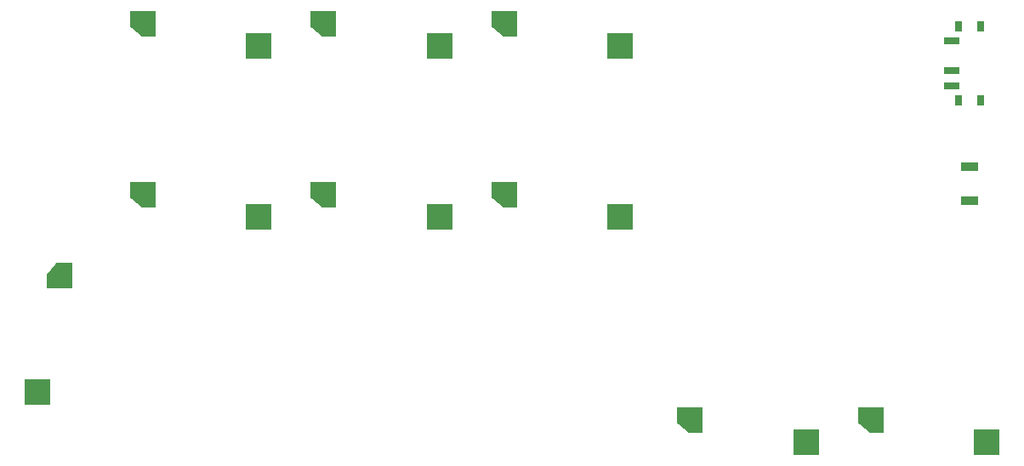
<source format=gbr>
%TF.GenerationSoftware,KiCad,Pcbnew,7.0.9*%
%TF.CreationDate,2024-03-07T17:23:47+01:00*%
%TF.ProjectId,zenFlow,7a656e46-6c6f-4772-9e6b-696361645f70,1*%
%TF.SameCoordinates,Original*%
%TF.FileFunction,Paste,Bot*%
%TF.FilePolarity,Positive*%
%FSLAX46Y46*%
G04 Gerber Fmt 4.6, Leading zero omitted, Abs format (unit mm)*
G04 Created by KiCad (PCBNEW 7.0.9) date 2024-03-07 17:23:47*
%MOMM*%
%LPD*%
G01*
G04 APERTURE LIST*
G04 Aperture macros list*
%AMFreePoly0*
4,1,6,1.300000,-1.300000,-0.050000,-1.300000,-1.300000,-0.250000,-1.300000,1.300000,1.300000,1.300000,1.300000,-1.300000,1.300000,-1.300000,$1*%
G04 Aperture macros list end*
%ADD10FreePoly0,270.000000*%
%ADD11R,2.600000X2.600000*%
%ADD12FreePoly0,0.000000*%
%ADD13R,0.800000X1.000000*%
%ADD14R,1.500000X0.700000*%
%ADD15R,1.700000X0.900000*%
G04 APERTURE END LIST*
D10*
%TO.C,S1*%
X160950000Y-149225000D03*
D11*
X158750000Y-160775000D03*
%TD*%
D12*
%TO.C,S2*%
X169225000Y-141110000D03*
D11*
X180775000Y-143310000D03*
%TD*%
D12*
%TO.C,S3*%
X169225000Y-124110000D03*
D11*
X180775000Y-126310000D03*
%TD*%
D12*
%TO.C,S4*%
X187225000Y-141110000D03*
D11*
X198775000Y-143310000D03*
%TD*%
D12*
%TO.C,S5*%
X187225000Y-124110000D03*
D11*
X198775000Y-126310000D03*
%TD*%
D12*
%TO.C,S6*%
X205225000Y-141110000D03*
D11*
X216775000Y-143310000D03*
%TD*%
D12*
%TO.C,S7*%
X205225000Y-124110000D03*
D11*
X216775000Y-126310000D03*
%TD*%
D12*
%TO.C,S8*%
X223725000Y-163550000D03*
D11*
X235275000Y-165750000D03*
%TD*%
D12*
%TO.C,S9*%
X241725000Y-163550000D03*
D11*
X253275000Y-165750000D03*
%TD*%
D13*
%TO.C,SW1*%
X250415000Y-124410000D03*
X252625000Y-124410000D03*
D14*
X249765000Y-130310000D03*
D13*
X250415000Y-131710000D03*
D14*
X249765000Y-128810000D03*
X249765000Y-125810000D03*
D13*
X252625000Y-131710000D03*
%TD*%
D15*
%TO.C,S10*%
X251500000Y-141760000D03*
X251500000Y-138360000D03*
%TD*%
M02*

</source>
